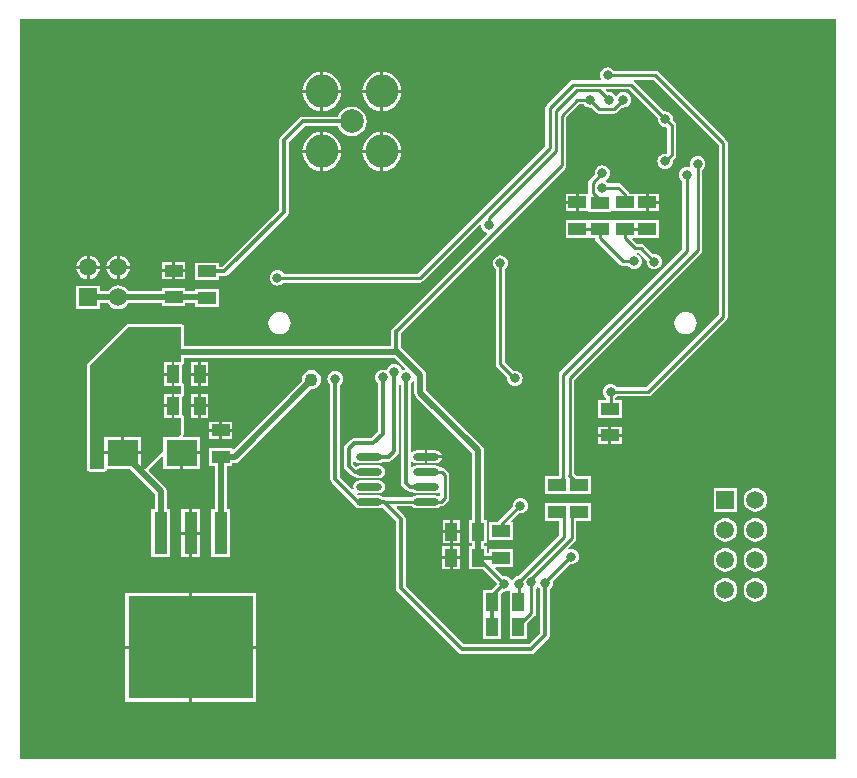
<source format=gtl>
%FSLAX43Y43*%
%MOMM*%
G71*
G01*
G75*
G04 Layer_Physical_Order=1*
G04 Layer_Color=255*
%ADD10R,1.500X1.000*%
%ADD11O,2.200X0.600*%
%ADD12R,1.000X1.500*%
%ADD13R,1.100X3.600*%
%ADD14R,10.550X8.700*%
%ADD15R,2.600X2.200*%
%ADD16C,0.250*%
%ADD17C,0.300*%
%ADD18C,0.200*%
%ADD19C,0.500*%
%ADD20C,1.500*%
%ADD21R,1.500X1.500*%
%ADD22C,2.800*%
%ADD23C,2.000*%
%ADD24R,1.500X1.500*%
%ADD25C,0.800*%
%ADD26C,6.000*%
%ADD27C,0.600*%
%ADD28C,0.660*%
%ADD29C,1.100*%
G36*
X69466Y384D02*
X384D01*
Y63116D01*
X69466D01*
Y384D01*
D02*
G37*
%LPC*%
G36*
X18328Y28987D02*
X17453D01*
Y28362D01*
X18328D01*
Y28987D01*
D02*
G37*
G36*
X17203D02*
X16328D01*
Y28362D01*
X17203D01*
Y28987D01*
D02*
G37*
G36*
X16303Y30212D02*
X15679D01*
Y29337D01*
X16303D01*
Y30212D01*
D02*
G37*
G36*
X15429D02*
X14804D01*
Y29337D01*
X15429D01*
Y30212D01*
D02*
G37*
G36*
X51300Y28575D02*
X50425D01*
Y27950D01*
X51300D01*
Y28575D01*
D02*
G37*
G36*
X17203Y28112D02*
X16328D01*
Y27487D01*
X17203D01*
Y28112D01*
D02*
G37*
G36*
X51300Y27700D02*
X50425D01*
Y27075D01*
X51300D01*
Y27700D01*
D02*
G37*
G36*
X50175Y28575D02*
X49300D01*
Y27950D01*
X50175D01*
Y28575D01*
D02*
G37*
G36*
X18328Y28112D02*
X17453D01*
Y27487D01*
X18328D01*
Y28112D01*
D02*
G37*
G36*
X16303Y32887D02*
X15679D01*
Y32012D01*
X16303D01*
Y32887D01*
D02*
G37*
G36*
X15429D02*
X14804D01*
Y32012D01*
X15429D01*
Y32887D01*
D02*
G37*
G36*
X16303Y34012D02*
X15679D01*
Y33137D01*
X16303D01*
Y34012D01*
D02*
G37*
G36*
X15429D02*
X14804D01*
Y33137D01*
X15429D01*
Y34012D01*
D02*
G37*
G36*
X41025Y43056D02*
X40855Y43033D01*
X40697Y42968D01*
X40561Y42864D01*
X40457Y42728D01*
X40392Y42570D01*
X40369Y42400D01*
X40392Y42230D01*
X40457Y42072D01*
X40561Y41936D01*
X40643Y41874D01*
Y33850D01*
X40672Y33704D01*
X40755Y33580D01*
X41604Y32731D01*
X41594Y32660D01*
X41617Y32491D01*
X41682Y32333D01*
X41786Y32197D01*
X41922Y32093D01*
X42080Y32027D01*
X42250Y32005D01*
X42420Y32027D01*
X42578Y32093D01*
X42714Y32197D01*
X42818Y32333D01*
X42883Y32491D01*
X42906Y32660D01*
X42883Y32830D01*
X42818Y32988D01*
X42714Y33124D01*
X42578Y33228D01*
X42420Y33294D01*
X42250Y33316D01*
X42117Y33298D01*
X41407Y34008D01*
Y41874D01*
X41489Y41936D01*
X41593Y42072D01*
X41658Y42230D01*
X41681Y42400D01*
X41658Y42570D01*
X41593Y42728D01*
X41489Y42864D01*
X41353Y42968D01*
X41195Y43033D01*
X41025Y43056D01*
D02*
G37*
G36*
X16303Y31337D02*
X15679D01*
Y30462D01*
X16303D01*
Y31337D01*
D02*
G37*
G36*
X15429D02*
X14804D01*
Y30462D01*
X15429D01*
Y31337D01*
D02*
G37*
G36*
X50100Y58981D02*
X49930Y58958D01*
X49772Y58893D01*
X49636Y58789D01*
X49532Y58653D01*
X49467Y58495D01*
X49444Y58325D01*
X49467Y58155D01*
X49517Y58034D01*
X49456Y57907D01*
X47175D01*
X47029Y57878D01*
X46905Y57795D01*
X44930Y55820D01*
X44847Y55696D01*
X44818Y55550D01*
Y52308D01*
X34017Y41507D01*
X22701D01*
X22614Y41621D01*
X22478Y41725D01*
X22320Y41791D01*
X22150Y41813D01*
X21980Y41791D01*
X21822Y41725D01*
X21686Y41621D01*
X21582Y41485D01*
X21517Y41327D01*
X21494Y41157D01*
X21517Y40988D01*
X21582Y40829D01*
X21686Y40694D01*
X21822Y40589D01*
X21980Y40524D01*
X22150Y40502D01*
X22320Y40524D01*
X22478Y40589D01*
X22614Y40694D01*
X22651Y40743D01*
X34175D01*
X34321Y40772D01*
X34445Y40855D01*
X39245Y45654D01*
X39310Y45639D01*
X39372Y45602D01*
X39392Y45455D01*
X39457Y45297D01*
X39561Y45161D01*
X39697Y45057D01*
X39814Y45009D01*
X39859Y44874D01*
X32008Y37023D01*
X31899Y36951D01*
X31811Y36819D01*
X31780Y36662D01*
Y35410D01*
X14255D01*
Y36975D01*
Y36975D01*
X14250Y36998D01*
X14251Y37021D01*
X14241Y37046D01*
X14235Y37072D01*
X14223Y37092D01*
X14214Y37113D01*
X14195Y37133D01*
X14180Y37155D01*
X14161Y37168D01*
X14145Y37185D01*
X14120Y37195D01*
X14098Y37210D01*
X14075Y37215D01*
X14054Y37224D01*
X13962Y37244D01*
X13960Y37244D01*
X13960Y37244D01*
X13937Y37249D01*
X13914Y37249D01*
X13912Y37250D01*
X13910Y37250D01*
X13910Y37250D01*
X13908Y37250D01*
X13906D01*
X13883Y37255D01*
X13860D01*
X13858Y37255D01*
X9525D01*
X9500Y37250D01*
X9475Y37250D01*
X9452Y37240D01*
X9428Y37235D01*
X9426Y37235D01*
X9386Y37218D01*
X9385Y37218D01*
X9364Y37204D01*
X9341Y37194D01*
X9323Y37176D01*
X9302Y37162D01*
X9302Y37162D01*
X6088Y33948D01*
X6074Y33927D01*
X6056Y33909D01*
X6046Y33887D01*
X6044Y33884D01*
X6043Y33882D01*
X6032Y33865D01*
X6032Y33864D01*
X6025Y33847D01*
X6015Y33824D01*
X6015Y33824D01*
X6015Y33822D01*
X6010Y33798D01*
X6000Y33775D01*
X6000Y33750D01*
X5995Y33725D01*
Y25025D01*
X6000Y25001D01*
X6000Y24975D01*
X6010Y24952D01*
X6015Y24928D01*
X6017Y24924D01*
X6022Y24910D01*
X6022Y24910D01*
Y24910D01*
X6034Y24893D01*
X6038Y24884D01*
X6040Y24880D01*
X6047Y24873D01*
X6078Y24828D01*
X6123Y24798D01*
X6130Y24791D01*
X6130Y24790D01*
X6130Y24790D01*
X6131Y24790D01*
X6132Y24789D01*
X6133Y24789D01*
X6141Y24785D01*
X6160Y24772D01*
X6174Y24767D01*
X6175Y24767D01*
X6178Y24765D01*
X6202Y24760D01*
X6224Y24750D01*
X6250Y24750D01*
X6276Y24745D01*
X7453D01*
X7478Y24750D01*
X7503Y24750D01*
X7526Y24760D01*
X7551Y24765D01*
X7554Y24767D01*
X7568Y24772D01*
X7568Y24772D01*
X7568D01*
X7586Y24784D01*
X7595Y24788D01*
X7598Y24790D01*
X7605Y24797D01*
X7651Y24828D01*
X7681Y24873D01*
X7688Y24879D01*
X7688Y24880D01*
X7688Y24880D01*
X7689Y24881D01*
X7693Y24891D01*
X7706Y24910D01*
X7712Y24924D01*
X7712Y24925D01*
X7712Y24925D01*
X7712Y24926D01*
X7713Y24926D01*
X7714Y24928D01*
X7719Y24952D01*
X7728Y24974D01*
X7728Y24987D01*
X9658D01*
X11754Y22890D01*
Y21587D01*
X11463D01*
Y17487D01*
X13063D01*
Y21587D01*
X12773D01*
Y23102D01*
X12734Y23297D01*
X12624Y23462D01*
X11287Y24799D01*
Y24926D01*
X11313Y24953D01*
X11313Y24953D01*
X12351Y25991D01*
X12351Y25991D01*
X12361Y26001D01*
X12478Y25952D01*
Y24987D01*
X13903D01*
Y26337D01*
X14028D01*
Y26462D01*
X15578D01*
Y27687D01*
X14210D01*
X14188Y27741D01*
X14170Y27814D01*
X14176Y27823D01*
X14194Y27841D01*
X14204Y27863D01*
X14206Y27866D01*
X14207Y27868D01*
X14218Y27885D01*
X14218Y27886D01*
X14225Y27903D01*
X14235Y27926D01*
X14235Y27926D01*
X14235Y27928D01*
X14240Y27952D01*
X14250Y27975D01*
X14250Y28000D01*
X14255Y28025D01*
Y29311D01*
X14250Y29336D01*
X14250Y29361D01*
X14246Y29370D01*
X14243Y29385D01*
X14237Y29399D01*
X14235Y29409D01*
X14234Y29411D01*
X14232Y29416D01*
X14232Y29416D01*
X14229Y29433D01*
X14215Y29453D01*
X14205Y29477D01*
X14205Y29477D01*
X14205Y29477D01*
X14205Y29477D01*
X14187Y29495D01*
X14173Y29515D01*
X14153Y29529D01*
X14135Y29547D01*
X14135Y29547D01*
X14135Y29547D01*
X14122Y29552D01*
X14112Y29557D01*
X14091Y29571D01*
X14087Y29572D01*
X14064Y29577D01*
X14053Y29581D01*
Y31092D01*
X14064Y31096D01*
X14087Y31101D01*
X14091Y31103D01*
X14112Y31117D01*
X14123Y31121D01*
X14135Y31126D01*
X14136Y31127D01*
X14137Y31127D01*
X14154Y31144D01*
X14174Y31158D01*
X14187Y31179D01*
X14205Y31196D01*
X14206Y31197D01*
X14206Y31198D01*
X14206Y31198D01*
X14215Y31221D01*
X14229Y31240D01*
X14232Y31257D01*
X14232Y31257D01*
X14234Y31262D01*
X14234Y31262D01*
X14235Y31264D01*
X14237Y31274D01*
X14243Y31288D01*
X14246Y31303D01*
X14250Y31312D01*
X14250Y31337D01*
X14255Y31362D01*
Y31986D01*
X14250Y32011D01*
X14250Y32036D01*
X14246Y32045D01*
X14243Y32060D01*
X14237Y32074D01*
X14235Y32084D01*
X14234Y32086D01*
X14232Y32091D01*
X14232Y32091D01*
X14229Y32108D01*
X14215Y32129D01*
X14205Y32152D01*
X14205Y32152D01*
X14205Y32152D01*
X14205Y32152D01*
X14187Y32170D01*
X14173Y32191D01*
X14153Y32204D01*
X14135Y32222D01*
X14135Y32222D01*
X14135Y32222D01*
X14122Y32227D01*
X14112Y32232D01*
X14091Y32246D01*
X14087Y32247D01*
X14064Y32252D01*
X14053Y32256D01*
Y33767D01*
X14064Y33771D01*
X14087Y33776D01*
X14091Y33778D01*
X14112Y33792D01*
X14123Y33796D01*
X14135Y33801D01*
X14136Y33802D01*
X14137Y33802D01*
X14154Y33819D01*
X14174Y33833D01*
X14187Y33854D01*
X14205Y33871D01*
X14206Y33872D01*
X14206Y33873D01*
X14206Y33873D01*
X14215Y33896D01*
X14229Y33915D01*
X14232Y33932D01*
X14232Y33932D01*
X14234Y33937D01*
X14234Y33937D01*
X14235Y33939D01*
X14237Y33949D01*
X14243Y33963D01*
X14246Y33978D01*
X14250Y33987D01*
X14250Y34012D01*
X14255Y34037D01*
Y34390D01*
X32064D01*
X32942Y33512D01*
X32909Y33393D01*
X32790Y33346D01*
X32667Y33395D01*
X32602Y33554D01*
X32498Y33689D01*
X32362Y33793D01*
X32204Y33859D01*
X32034Y33881D01*
X31865Y33859D01*
X31706Y33793D01*
X31571Y33689D01*
X31466Y33554D01*
X31401Y33395D01*
X31265Y33339D01*
X31220Y33358D01*
X31050Y33381D01*
X30880Y33358D01*
X30722Y33293D01*
X30586Y33189D01*
X30482Y33053D01*
X30417Y32895D01*
X30394Y32725D01*
X30417Y32555D01*
X30482Y32397D01*
X30586Y32261D01*
X30642Y32219D01*
Y28144D01*
X30081Y27583D01*
X28650D01*
X28494Y27552D01*
X28362Y27463D01*
X28362Y27463D01*
X27887Y26988D01*
X27798Y26856D01*
X27793Y26830D01*
X27767Y26700D01*
X27767Y26700D01*
Y25250D01*
X27767Y25250D01*
X27793Y25120D01*
X27798Y25094D01*
X27887Y24962D01*
X28402Y24447D01*
X28402Y24447D01*
X28534Y24358D01*
X28690Y24327D01*
X28745D01*
X28910Y24217D01*
X29125Y24174D01*
X30725D01*
X30940Y24217D01*
X31122Y24338D01*
X31243Y24520D01*
X31286Y24735D01*
X31243Y24950D01*
X31122Y25132D01*
X30940Y25253D01*
X30725Y25296D01*
X29125D01*
X28910Y25253D01*
X28813Y25188D01*
X28583Y25419D01*
Y25598D01*
X28710Y25636D01*
X28728Y25608D01*
X28910Y25487D01*
X29125Y25444D01*
X30725D01*
X30940Y25487D01*
X31105Y25597D01*
X31555D01*
X31555Y25597D01*
X31685Y25623D01*
X31711Y25628D01*
X31843Y25717D01*
X32323Y26196D01*
X32411Y26328D01*
X32416Y26354D01*
X32442Y26484D01*
X32442Y26484D01*
Y32114D01*
X32569Y32195D01*
X32570Y32194D01*
X32614Y32145D01*
Y23778D01*
X32614Y23778D01*
X32640Y23648D01*
X32645Y23622D01*
X32733Y23490D01*
X33047Y23177D01*
X33179Y23088D01*
X33205Y23083D01*
X33335Y23057D01*
X33335Y23057D01*
X33545D01*
X33710Y22947D01*
X33925Y22904D01*
X35525D01*
X35740Y22947D01*
X35816Y22998D01*
X35943Y22930D01*
Y22730D01*
X35816Y22662D01*
X35740Y22713D01*
X35525Y22756D01*
X33925D01*
X33710Y22713D01*
X33528Y22592D01*
X33519Y22577D01*
X31283D01*
X31155Y22603D01*
X31155Y22603D01*
X31105D01*
X30940Y22713D01*
X30725Y22756D01*
X29125D01*
X28976Y22726D01*
X28867Y22835D01*
X28940Y22941D01*
X29125Y22904D01*
X30725D01*
X30940Y22947D01*
X31122Y23068D01*
X31243Y23250D01*
X31286Y23465D01*
X31243Y23680D01*
X31122Y23862D01*
X30940Y23983D01*
X30725Y24026D01*
X29125D01*
X28910Y23983D01*
X28728Y23862D01*
X28607Y23680D01*
X28564Y23465D01*
X28601Y23280D01*
X28495Y23207D01*
X27433Y24269D01*
Y32094D01*
X27489Y32136D01*
X27593Y32272D01*
X27658Y32430D01*
X27681Y32600D01*
X27658Y32770D01*
X27593Y32928D01*
X27489Y33064D01*
X27353Y33168D01*
X27195Y33233D01*
X27025Y33256D01*
X26855Y33233D01*
X26697Y33168D01*
X26561Y33064D01*
X26457Y32928D01*
X26392Y32770D01*
X26369Y32600D01*
X26392Y32430D01*
X26457Y32272D01*
X26561Y32136D01*
X26617Y32094D01*
Y24100D01*
X26617Y24100D01*
X26643Y23970D01*
X26648Y23944D01*
X26737Y23812D01*
X28642Y21907D01*
X28642Y21907D01*
X28668Y21889D01*
X28728Y21798D01*
X28910Y21677D01*
X29125Y21634D01*
X30725D01*
X30940Y21677D01*
X31034Y21740D01*
X32192Y20581D01*
Y14875D01*
X32192Y14875D01*
X32218Y14745D01*
X32223Y14719D01*
X32312Y14587D01*
X37462Y9437D01*
X37462Y9437D01*
X37594Y9348D01*
X37750Y9317D01*
X43600D01*
X43600Y9317D01*
X43730Y9343D01*
X43756Y9348D01*
X43888Y9437D01*
X45113Y10662D01*
X45113Y10662D01*
X45172Y10750D01*
X45202Y10794D01*
X45233Y10950D01*
X45233Y10950D01*
Y14819D01*
X45289Y14862D01*
X45393Y14998D01*
X45458Y15156D01*
X45481Y15325D01*
X45469Y15417D01*
X46955Y16904D01*
X47025Y16894D01*
X47195Y16917D01*
X47353Y16982D01*
X47489Y17086D01*
X47593Y17222D01*
X47658Y17380D01*
X47681Y17550D01*
X47658Y17720D01*
X47593Y17878D01*
X47489Y18014D01*
X47353Y18118D01*
X47195Y18183D01*
X47025Y18206D01*
X46855Y18183D01*
X46852Y18182D01*
X46780Y18290D01*
X47320Y18830D01*
X47403Y18954D01*
X47432Y19100D01*
Y20600D01*
X48700D01*
Y22100D01*
X44775D01*
Y20600D01*
X46018D01*
Y19378D01*
X42566Y15926D01*
X42430Y15908D01*
X42272Y15843D01*
X42136Y15739D01*
X42040Y15614D01*
X42006Y15603D01*
X41896Y15606D01*
X41814Y15714D01*
X41678Y15818D01*
X41520Y15883D01*
X41350Y15906D01*
X41258Y15894D01*
X40569Y16583D01*
X40618Y16700D01*
X42050D01*
Y18200D01*
X40050D01*
Y17883D01*
X39850D01*
Y18475D01*
X39610D01*
Y18675D01*
X39875D01*
Y20675D01*
X39635D01*
Y26550D01*
X39596Y26745D01*
X39485Y26910D01*
X34760Y31636D01*
Y32925D01*
X34721Y33120D01*
X34610Y33285D01*
X32595Y35301D01*
Y36530D01*
X46470Y50405D01*
X46553Y50529D01*
X46582Y50675D01*
Y54717D01*
X47708Y55843D01*
X48074D01*
X48136Y55761D01*
X48272Y55657D01*
X48430Y55592D01*
X48600Y55569D01*
X48702Y55583D01*
X49105Y55180D01*
X49229Y55097D01*
X49375Y55068D01*
X50650D01*
X50796Y55097D01*
X50920Y55180D01*
X51323Y55583D01*
X51425Y55569D01*
X51595Y55592D01*
X51753Y55657D01*
X51889Y55761D01*
X51993Y55897D01*
X52058Y56055D01*
X52081Y56225D01*
X52058Y56395D01*
X51993Y56553D01*
X51889Y56689D01*
X51753Y56793D01*
X51595Y56858D01*
X51425Y56881D01*
X51255Y56858D01*
X51097Y56793D01*
X50961Y56689D01*
X50888Y56593D01*
X50860Y56584D01*
X50765D01*
X50737Y56593D01*
X50664Y56689D01*
X50528Y56793D01*
X50370Y56858D01*
X50200Y56881D01*
X50098Y56867D01*
X49940Y57025D01*
X49989Y57143D01*
X51917D01*
X54358Y54702D01*
X54344Y54600D01*
X54367Y54430D01*
X54432Y54272D01*
X54536Y54136D01*
X54672Y54032D01*
X54830Y53967D01*
X55000Y53944D01*
X55029Y53948D01*
X55143Y53846D01*
Y51765D01*
X55041Y51672D01*
X54975Y51681D01*
X54805Y51658D01*
X54647Y51593D01*
X54511Y51489D01*
X54407Y51353D01*
X54342Y51195D01*
X54319Y51025D01*
X54342Y50855D01*
X54407Y50697D01*
X54511Y50561D01*
X54647Y50457D01*
X54805Y50392D01*
X54975Y50369D01*
X55145Y50392D01*
X55303Y50457D01*
X55439Y50561D01*
X55543Y50697D01*
X55608Y50855D01*
X55631Y51025D01*
X55617Y51127D01*
X55795Y51305D01*
X55878Y51429D01*
X55907Y51575D01*
Y54075D01*
X55878Y54221D01*
X55795Y54345D01*
X55642Y54498D01*
X55656Y54600D01*
X55633Y54770D01*
X55568Y54928D01*
X55464Y55064D01*
X55328Y55168D01*
X55170Y55233D01*
X55000Y55256D01*
X54898Y55242D01*
X52345Y57795D01*
X52315Y57816D01*
X52354Y57943D01*
X53992D01*
X59493Y52442D01*
Y38008D01*
X53392Y31907D01*
X50876D01*
X50814Y31989D01*
X50678Y32093D01*
X50520Y32158D01*
X50350Y32181D01*
X50180Y32158D01*
X50022Y32093D01*
X49886Y31989D01*
X49782Y31853D01*
X49717Y31695D01*
X49694Y31525D01*
X49717Y31355D01*
X49782Y31197D01*
X49886Y31061D01*
X49968Y30999D01*
Y30825D01*
X49300D01*
Y29325D01*
X51300D01*
Y30825D01*
X50732D01*
Y30999D01*
X50814Y31061D01*
X50876Y31143D01*
X53550D01*
X53696Y31172D01*
X53820Y31255D01*
X60145Y37580D01*
X60228Y37704D01*
X60257Y37850D01*
Y52600D01*
X60228Y52746D01*
X60145Y52870D01*
X54420Y58595D01*
X54296Y58678D01*
X54150Y58707D01*
X50626D01*
X50564Y58789D01*
X50428Y58893D01*
X50270Y58958D01*
X50100Y58981D01*
D02*
G37*
G36*
X25025Y33357D02*
X24816Y33329D01*
X24622Y33249D01*
X24454Y33121D01*
X24326Y32953D01*
X24246Y32759D01*
X24218Y32550D01*
X24234Y32430D01*
X18446Y26642D01*
X18328Y26690D01*
Y26737D01*
X16328D01*
Y25237D01*
X16834D01*
Y21587D01*
X16543D01*
Y17487D01*
X18143D01*
Y21587D01*
X17853D01*
Y25237D01*
X18328D01*
Y25477D01*
X18512D01*
X18707Y25516D01*
X18872Y25626D01*
X24993Y31747D01*
X25025Y31743D01*
X25234Y31771D01*
X25428Y31851D01*
X25596Y31979D01*
X25724Y32147D01*
X25804Y32341D01*
X25832Y32550D01*
X25804Y32759D01*
X25724Y32953D01*
X25596Y33121D01*
X25428Y33249D01*
X25234Y33329D01*
X25025Y33357D01*
D02*
G37*
G36*
X50175Y27700D02*
X49300D01*
Y27075D01*
X50175D01*
Y27700D01*
D02*
G37*
G36*
X60080Y18288D02*
X59819Y18254D01*
X59576Y18153D01*
X59367Y17993D01*
X59207Y17784D01*
X59106Y17541D01*
X59071Y17280D01*
X59106Y17019D01*
X59207Y16776D01*
X59367Y16567D01*
X59576Y16406D01*
X59819Y16306D01*
X60080Y16271D01*
X60341Y16306D01*
X60584Y16406D01*
X60793Y16567D01*
X60953Y16776D01*
X61054Y17019D01*
X61089Y17280D01*
X61054Y17541D01*
X60953Y17784D01*
X60793Y17993D01*
X60584Y18153D01*
X60341Y18254D01*
X60080Y18288D01*
D02*
G37*
G36*
X62620Y15748D02*
X62359Y15714D01*
X62116Y15613D01*
X61907Y15453D01*
X61746Y15244D01*
X61646Y15001D01*
X61611Y14740D01*
X61646Y14479D01*
X61746Y14236D01*
X61907Y14027D01*
X62116Y13866D01*
X62359Y13766D01*
X62620Y13731D01*
X62881Y13766D01*
X63124Y13866D01*
X63333Y14027D01*
X63493Y14236D01*
X63594Y14479D01*
X63629Y14740D01*
X63594Y15001D01*
X63493Y15244D01*
X63333Y15453D01*
X63124Y15613D01*
X62881Y15714D01*
X62620Y15748D01*
D02*
G37*
G36*
X14678Y19412D02*
X14003D01*
Y17487D01*
X14678D01*
Y19412D01*
D02*
G37*
G36*
X62620Y18288D02*
X62359Y18254D01*
X62116Y18153D01*
X61907Y17993D01*
X61746Y17784D01*
X61646Y17541D01*
X61611Y17280D01*
X61646Y17019D01*
X61746Y16776D01*
X61907Y16567D01*
X62116Y16406D01*
X62359Y16306D01*
X62620Y16271D01*
X62881Y16306D01*
X63124Y16406D01*
X63333Y16567D01*
X63493Y16776D01*
X63594Y17019D01*
X63629Y17280D01*
X63594Y17541D01*
X63493Y17784D01*
X63333Y17993D01*
X63124Y18153D01*
X62881Y18254D01*
X62620Y18288D01*
D02*
G37*
G36*
X60080Y15748D02*
X59819Y15714D01*
X59576Y15613D01*
X59367Y15453D01*
X59207Y15244D01*
X59106Y15001D01*
X59071Y14740D01*
X59106Y14479D01*
X59207Y14236D01*
X59367Y14027D01*
X59576Y13866D01*
X59819Y13766D01*
X60080Y13731D01*
X60341Y13766D01*
X60584Y13866D01*
X60793Y14027D01*
X60953Y14236D01*
X61054Y14479D01*
X61089Y14740D01*
X61054Y15001D01*
X60953Y15244D01*
X60793Y15453D01*
X60584Y15613D01*
X60341Y15714D01*
X60080Y15748D01*
D02*
G37*
G36*
X20328Y9762D02*
X14928D01*
Y5287D01*
X20328D01*
Y9762D01*
D02*
G37*
G36*
X14678D02*
X9278D01*
Y5287D01*
X14678D01*
Y9762D01*
D02*
G37*
G36*
X20328Y14487D02*
X14928D01*
Y10012D01*
X20328D01*
Y14487D01*
D02*
G37*
G36*
X14678D02*
X9278D01*
Y10012D01*
X14678D01*
Y14487D01*
D02*
G37*
G36*
X62620Y23368D02*
X62359Y23334D01*
X62116Y23233D01*
X61907Y23073D01*
X61746Y22864D01*
X61646Y22621D01*
X61611Y22360D01*
X61646Y22099D01*
X61746Y21856D01*
X61907Y21647D01*
X62116Y21486D01*
X62359Y21386D01*
X62620Y21351D01*
X62881Y21386D01*
X63124Y21486D01*
X63333Y21647D01*
X63493Y21856D01*
X63594Y22099D01*
X63629Y22360D01*
X63594Y22621D01*
X63493Y22864D01*
X63333Y23073D01*
X63124Y23233D01*
X62881Y23334D01*
X62620Y23368D01*
D02*
G37*
G36*
X42725Y22530D02*
X42555Y22507D01*
X42397Y22442D01*
X42261Y22338D01*
X42157Y22202D01*
X42092Y22044D01*
X42069Y21874D01*
X42074Y21840D01*
X40780Y20545D01*
X40716Y20450D01*
X40050D01*
Y18950D01*
X42050D01*
Y20450D01*
X41932D01*
X41883Y20567D01*
X42556Y21241D01*
X42725Y21218D01*
X42895Y21241D01*
X43053Y21306D01*
X43189Y21410D01*
X43293Y21546D01*
X43358Y21704D01*
X43381Y21874D01*
X43358Y22044D01*
X43293Y22202D01*
X43189Y22338D01*
X43053Y22442D01*
X42895Y22507D01*
X42725Y22530D01*
D02*
G37*
G36*
X15578Y26212D02*
X14153D01*
Y24987D01*
X15578D01*
Y26212D01*
D02*
G37*
G36*
X61080Y23360D02*
X59080D01*
Y21360D01*
X61080D01*
Y23360D01*
D02*
G37*
G36*
X15603Y21587D02*
X14928D01*
Y19662D01*
X15603D01*
Y21587D01*
D02*
G37*
G36*
X60080Y20829D02*
X59819Y20794D01*
X59576Y20693D01*
X59367Y20533D01*
X59207Y20324D01*
X59106Y20081D01*
X59071Y19820D01*
X59106Y19559D01*
X59207Y19316D01*
X59367Y19107D01*
X59576Y18946D01*
X59819Y18846D01*
X60080Y18811D01*
X60341Y18846D01*
X60584Y18946D01*
X60793Y19107D01*
X60953Y19316D01*
X61054Y19559D01*
X61089Y19820D01*
X61054Y20081D01*
X60953Y20324D01*
X60793Y20533D01*
X60584Y20693D01*
X60341Y20794D01*
X60080Y20829D01*
D02*
G37*
G36*
X15603Y19412D02*
X14928D01*
Y17487D01*
X15603D01*
Y19412D01*
D02*
G37*
G36*
X14678Y21587D02*
X14003D01*
Y19662D01*
X14678D01*
Y21587D01*
D02*
G37*
G36*
X62620Y20829D02*
X62359Y20794D01*
X62116Y20693D01*
X61907Y20533D01*
X61746Y20324D01*
X61646Y20081D01*
X61611Y19820D01*
X61646Y19559D01*
X61746Y19316D01*
X61907Y19107D01*
X62116Y18946D01*
X62359Y18846D01*
X62620Y18811D01*
X62881Y18846D01*
X63124Y18946D01*
X63333Y19107D01*
X63493Y19316D01*
X63594Y19559D01*
X63629Y19820D01*
X63594Y20081D01*
X63493Y20324D01*
X63333Y20533D01*
X63124Y20693D01*
X62881Y20794D01*
X62620Y20829D01*
D02*
G37*
G36*
X22325Y38283D02*
X22077Y38251D01*
X21846Y38155D01*
X21648Y38003D01*
X21495Y37804D01*
X21400Y37573D01*
X21367Y37325D01*
X21400Y37077D01*
X21495Y36846D01*
X21648Y36647D01*
X21846Y36495D01*
X22077Y36399D01*
X22325Y36367D01*
X22573Y36399D01*
X22804Y36495D01*
X23003Y36647D01*
X23155Y36846D01*
X23251Y37077D01*
X23283Y37325D01*
X23251Y37573D01*
X23155Y37804D01*
X23003Y38003D01*
X22804Y38155D01*
X22573Y38251D01*
X22325Y38283D01*
D02*
G37*
G36*
X27556Y56815D02*
X26035D01*
Y55294D01*
X26233Y55314D01*
X26544Y55408D01*
X26831Y55561D01*
X27082Y55768D01*
X27289Y56019D01*
X27442Y56306D01*
X27536Y56617D01*
X27556Y56815D01*
D02*
G37*
G36*
X30865D02*
X29344D01*
X29364Y56617D01*
X29458Y56306D01*
X29611Y56019D01*
X29818Y55768D01*
X30069Y55561D01*
X30356Y55408D01*
X30667Y55314D01*
X30865Y55294D01*
Y56815D01*
D02*
G37*
G36*
X28450Y55661D02*
X28124Y55618D01*
X27820Y55492D01*
X27558Y55292D01*
X27358Y55030D01*
X27266Y54808D01*
X24275D01*
X24275Y54808D01*
X24145Y54782D01*
X24119Y54777D01*
X23987Y54688D01*
X22437Y53138D01*
X22348Y53006D01*
X22343Y52980D01*
X22317Y52850D01*
X22317Y52850D01*
Y46944D01*
X17481Y42108D01*
X17200D01*
Y42450D01*
X15200D01*
Y40950D01*
X17200D01*
Y41292D01*
X17650D01*
X17650Y41292D01*
X17780Y41318D01*
X17806Y41323D01*
X17938Y41412D01*
X23013Y46487D01*
X23102Y46619D01*
X23107Y46645D01*
X23133Y46775D01*
X23133Y46775D01*
Y52681D01*
X24444Y53992D01*
X27266D01*
X27358Y53770D01*
X27558Y53508D01*
X27820Y53308D01*
X28124Y53182D01*
X28450Y53139D01*
X28776Y53182D01*
X29080Y53308D01*
X29342Y53508D01*
X29542Y53770D01*
X29668Y54074D01*
X29711Y54400D01*
X29668Y54726D01*
X29542Y55030D01*
X29342Y55292D01*
X29080Y55492D01*
X28776Y55618D01*
X28450Y55661D01*
D02*
G37*
G36*
X25785Y56815D02*
X24264D01*
X24284Y56617D01*
X24378Y56306D01*
X24531Y56019D01*
X24738Y55768D01*
X24989Y55561D01*
X25276Y55408D01*
X25587Y55314D01*
X25785Y55294D01*
Y56815D01*
D02*
G37*
G36*
X32636D02*
X31115D01*
Y55294D01*
X31313Y55314D01*
X31624Y55408D01*
X31911Y55561D01*
X32162Y55768D01*
X32369Y56019D01*
X32522Y56306D01*
X32616Y56617D01*
X32636Y56815D01*
D02*
G37*
G36*
X47425Y47425D02*
X46550D01*
Y46800D01*
X47425D01*
Y47425D01*
D02*
G37*
G36*
X49650Y50681D02*
X49480Y50658D01*
X49322Y50593D01*
X49186Y50489D01*
X49082Y50353D01*
X49017Y50195D01*
X48994Y50025D01*
X49011Y49901D01*
X48557Y49448D01*
X48474Y49324D01*
X48445Y49177D01*
Y48348D01*
X48406Y48300D01*
X47675D01*
Y47550D01*
Y46800D01*
X48425D01*
Y46775D01*
X50425D01*
Y46795D01*
X50550Y46800D01*
X50550Y46800D01*
X50550Y46800D01*
X52550D01*
Y46800D01*
X53325D01*
Y47550D01*
Y48300D01*
X52450D01*
Y48300D01*
X51917D01*
X51903Y48371D01*
X51820Y48495D01*
X51243Y49073D01*
X51119Y49156D01*
X50973Y49185D01*
X50128D01*
X50066Y49266D01*
X49990Y49325D01*
X49984Y49386D01*
X49999Y49473D01*
X50114Y49561D01*
X50218Y49697D01*
X50283Y49855D01*
X50306Y50025D01*
X50283Y50195D01*
X50218Y50353D01*
X50114Y50489D01*
X49978Y50593D01*
X49820Y50658D01*
X49650Y50681D01*
D02*
G37*
G36*
X47425Y48300D02*
X46550D01*
Y47675D01*
X47425D01*
Y48300D01*
D02*
G37*
G36*
X54450Y47425D02*
X53575D01*
Y46800D01*
X54450D01*
Y47425D01*
D02*
G37*
G36*
X31115Y53506D02*
Y51985D01*
X32636D01*
X32616Y52183D01*
X32522Y52494D01*
X32369Y52781D01*
X32162Y53032D01*
X31911Y53239D01*
X31624Y53392D01*
X31313Y53486D01*
X31115Y53506D01*
D02*
G37*
G36*
X32636Y51735D02*
X31115D01*
Y50214D01*
X31313Y50234D01*
X31624Y50328D01*
X31911Y50481D01*
X32162Y50688D01*
X32369Y50939D01*
X32522Y51226D01*
X32616Y51537D01*
X32636Y51735D01*
D02*
G37*
G36*
X26035Y53506D02*
Y51985D01*
X27556D01*
X27536Y52183D01*
X27442Y52494D01*
X27289Y52781D01*
X27082Y53032D01*
X26831Y53239D01*
X26544Y53392D01*
X26233Y53486D01*
X26035Y53506D01*
D02*
G37*
G36*
X25785D02*
X25587Y53486D01*
X25276Y53392D01*
X24989Y53239D01*
X24738Y53032D01*
X24531Y52781D01*
X24378Y52494D01*
X24284Y52183D01*
X24264Y51985D01*
X25785D01*
Y53506D01*
D02*
G37*
G36*
X57725Y51481D02*
X57555Y51458D01*
X57397Y51393D01*
X57261Y51289D01*
X57157Y51153D01*
X57092Y50995D01*
X57069Y50825D01*
X57092Y50655D01*
X57122Y50583D01*
X57025Y50486D01*
X56970Y50508D01*
X56800Y50531D01*
X56630Y50508D01*
X56472Y50443D01*
X56336Y50339D01*
X56232Y50203D01*
X56167Y50045D01*
X56144Y49875D01*
X56167Y49705D01*
X56232Y49547D01*
X56336Y49411D01*
X56418Y49349D01*
Y43608D01*
X46055Y33245D01*
X45972Y33121D01*
X45943Y32975D01*
Y24350D01*
X44775D01*
Y22850D01*
X48700D01*
Y24350D01*
X47527D01*
X47282Y24594D01*
Y32542D01*
X57995Y43255D01*
X58078Y43379D01*
X58107Y43525D01*
Y50299D01*
X58189Y50361D01*
X58293Y50497D01*
X58358Y50655D01*
X58381Y50825D01*
X58358Y50995D01*
X58293Y51153D01*
X58189Y51289D01*
X58053Y51393D01*
X57895Y51458D01*
X57725Y51481D01*
D02*
G37*
G36*
X30865Y53506D02*
X30667Y53486D01*
X30356Y53392D01*
X30069Y53239D01*
X29818Y53032D01*
X29611Y52781D01*
X29458Y52494D01*
X29364Y52183D01*
X29344Y51985D01*
X30865D01*
Y53506D01*
D02*
G37*
G36*
X25785Y51735D02*
X24264D01*
X24284Y51537D01*
X24378Y51226D01*
X24531Y50939D01*
X24738Y50688D01*
X24989Y50481D01*
X25276Y50328D01*
X25587Y50234D01*
X25785Y50214D01*
Y51735D01*
D02*
G37*
G36*
X54450Y48300D02*
X53575D01*
Y47675D01*
X54450D01*
Y48300D01*
D02*
G37*
G36*
X30865Y51735D02*
X29344D01*
X29364Y51537D01*
X29458Y51226D01*
X29611Y50939D01*
X29818Y50688D01*
X30069Y50481D01*
X30356Y50328D01*
X30667Y50234D01*
X30865Y50214D01*
Y51735D01*
D02*
G37*
G36*
X27556D02*
X26035D01*
Y50214D01*
X26233Y50234D01*
X26544Y50328D01*
X26831Y50481D01*
X27082Y50688D01*
X27289Y50939D01*
X27442Y51226D01*
X27536Y51537D01*
X27556Y51735D01*
D02*
G37*
G36*
X5990Y41920D02*
X5123D01*
X5141Y41784D01*
X5242Y41541D01*
X5402Y41332D01*
X5611Y41172D01*
X5854Y41071D01*
X5990Y41053D01*
Y41920D01*
D02*
G37*
G36*
X30865Y58586D02*
X30667Y58566D01*
X30356Y58472D01*
X30069Y58319D01*
X29818Y58112D01*
X29611Y57861D01*
X29458Y57574D01*
X29364Y57263D01*
X29344Y57065D01*
X30865D01*
Y58586D01*
D02*
G37*
G36*
X8530Y41920D02*
X7663D01*
X7681Y41784D01*
X7782Y41541D01*
X7942Y41332D01*
X8151Y41172D01*
X8394Y41071D01*
X8530Y41053D01*
Y41920D01*
D02*
G37*
G36*
X7107D02*
X6240D01*
Y41053D01*
X6376Y41071D01*
X6619Y41172D01*
X6828Y41332D01*
X6989Y41541D01*
X7089Y41784D01*
X7107Y41920D01*
D02*
G37*
G36*
X14350Y41650D02*
X13475D01*
Y41025D01*
X14350D01*
Y41650D01*
D02*
G37*
G36*
X8655Y40514D02*
X8394Y40479D01*
X8151Y40379D01*
X7942Y40218D01*
X7786Y40015D01*
X7115D01*
Y40505D01*
X5115D01*
Y38505D01*
X7115D01*
Y38995D01*
X7786D01*
X7942Y38792D01*
X8151Y38632D01*
X8394Y38531D01*
X8655Y38496D01*
X8916Y38531D01*
X9159Y38632D01*
X9368Y38792D01*
X9524Y38995D01*
X12350D01*
Y38775D01*
X14350D01*
Y38995D01*
X15200D01*
Y38700D01*
X17200D01*
Y40200D01*
X15200D01*
Y40015D01*
X14350D01*
Y40275D01*
X12350D01*
Y40015D01*
X9524D01*
X9368Y40218D01*
X9159Y40379D01*
X8916Y40479D01*
X8655Y40514D01*
D02*
G37*
G36*
X56700Y38283D02*
X56452Y38251D01*
X56221Y38155D01*
X56022Y38003D01*
X55870Y37804D01*
X55775Y37573D01*
X55742Y37325D01*
X55775Y37077D01*
X55870Y36846D01*
X56022Y36647D01*
X56221Y36495D01*
X56452Y36399D01*
X56700Y36367D01*
X56948Y36399D01*
X57179Y36495D01*
X57378Y36647D01*
X57530Y36846D01*
X57626Y37077D01*
X57658Y37325D01*
X57626Y37573D01*
X57530Y37804D01*
X57378Y38003D01*
X57179Y38155D01*
X56948Y38251D01*
X56700Y38283D01*
D02*
G37*
G36*
X13225Y41650D02*
X12350D01*
Y41025D01*
X13225D01*
Y41650D01*
D02*
G37*
G36*
X31115Y58586D02*
Y57065D01*
X32636D01*
X32616Y57263D01*
X32522Y57574D01*
X32369Y57861D01*
X32162Y58112D01*
X31911Y58319D01*
X31624Y58472D01*
X31313Y58566D01*
X31115Y58586D01*
D02*
G37*
G36*
X9647Y41920D02*
X8780D01*
Y41053D01*
X8916Y41071D01*
X9159Y41172D01*
X9368Y41332D01*
X9529Y41541D01*
X9629Y41784D01*
X9647Y41920D01*
D02*
G37*
G36*
X8530Y43037D02*
X8394Y43019D01*
X8151Y42918D01*
X7942Y42758D01*
X7782Y42549D01*
X7681Y42306D01*
X7663Y42170D01*
X8530D01*
Y43037D01*
D02*
G37*
G36*
X6240D02*
Y42170D01*
X7107D01*
X7089Y42306D01*
X6989Y42549D01*
X6828Y42758D01*
X6619Y42918D01*
X6376Y43019D01*
X6240Y43037D01*
D02*
G37*
G36*
X54450Y46050D02*
X52450D01*
Y46050D01*
X50550D01*
Y46030D01*
X50550D01*
X50425Y46025D01*
X50423Y46025D01*
X48550D01*
Y46050D01*
X46550D01*
Y44550D01*
X48425D01*
Y44525D01*
X49048D01*
X49072Y44404D01*
X49155Y44280D01*
X51155Y42280D01*
X51279Y42197D01*
X51425Y42168D01*
X51849D01*
X51911Y42086D01*
X52047Y41982D01*
X52205Y41917D01*
X52375Y41894D01*
X52545Y41917D01*
X52703Y41982D01*
X52839Y42086D01*
X52943Y42222D01*
X53008Y42380D01*
X53031Y42550D01*
X53008Y42720D01*
X52943Y42878D01*
X52839Y43014D01*
X52703Y43118D01*
X52587Y43166D01*
X52612Y43293D01*
X52742D01*
X53408Y42627D01*
X53394Y42525D01*
X53417Y42355D01*
X53482Y42197D01*
X53586Y42061D01*
X53722Y41957D01*
X53880Y41892D01*
X54050Y41869D01*
X54220Y41892D01*
X54378Y41957D01*
X54514Y42061D01*
X54618Y42197D01*
X54683Y42355D01*
X54706Y42525D01*
X54683Y42695D01*
X54618Y42853D01*
X54514Y42989D01*
X54378Y43093D01*
X54220Y43158D01*
X54050Y43181D01*
X53948Y43167D01*
X53170Y43945D01*
X53046Y44028D01*
X52900Y44057D01*
X52558D01*
X52183Y44433D01*
X52232Y44550D01*
X52550D01*
Y44550D01*
X54450D01*
Y46050D01*
D02*
G37*
G36*
X8780Y43037D02*
Y42170D01*
X9647D01*
X9629Y42306D01*
X9529Y42549D01*
X9368Y42758D01*
X9159Y42918D01*
X8916Y43019D01*
X8780Y43037D01*
D02*
G37*
G36*
X25785Y58586D02*
X25587Y58566D01*
X25276Y58472D01*
X24989Y58319D01*
X24738Y58112D01*
X24531Y57861D01*
X24378Y57574D01*
X24284Y57263D01*
X24264Y57065D01*
X25785D01*
Y58586D01*
D02*
G37*
G36*
X26035D02*
Y57065D01*
X27556D01*
X27536Y57263D01*
X27442Y57574D01*
X27289Y57861D01*
X27082Y58112D01*
X26831Y58319D01*
X26544Y58472D01*
X26233Y58566D01*
X26035Y58586D01*
D02*
G37*
G36*
X13225Y42525D02*
X12350D01*
Y41900D01*
X13225D01*
Y42525D01*
D02*
G37*
G36*
X5990Y43037D02*
X5854Y43019D01*
X5611Y42918D01*
X5402Y42758D01*
X5242Y42549D01*
X5141Y42306D01*
X5123Y42170D01*
X5990D01*
Y43037D01*
D02*
G37*
G36*
X14350Y42525D02*
X13475D01*
Y41900D01*
X14350D01*
Y42525D01*
D02*
G37*
%LPD*%
G36*
X13860Y37000D02*
X13883D01*
X13906Y36995D01*
X13908Y36995D01*
X14000Y36975D01*
X14000D01*
Y36975D01*
Y35410D01*
Y34390D01*
X14000Y34390D01*
X14000D01*
Y34037D01*
X13999Y34035D01*
X13997Y34030D01*
X13993Y34013D01*
X13993Y34013D01*
X13990Y34012D01*
X13990Y34012D01*
X13428D01*
Y33012D01*
Y32012D01*
X13990D01*
X13990Y32012D01*
X13993Y32010D01*
X13993Y32010D01*
X13997Y31993D01*
X13999Y31989D01*
X14000Y31986D01*
Y31362D01*
X13999Y31360D01*
X13997Y31355D01*
X13993Y31338D01*
X13993Y31338D01*
X13990Y31337D01*
X13990Y31337D01*
X13428D01*
Y30337D01*
Y29337D01*
X13990D01*
X13990Y29337D01*
X13993Y29335D01*
X13993Y29335D01*
X13997Y29318D01*
X13999Y29313D01*
X14000Y29311D01*
Y28025D01*
X13999Y28024D01*
X13990Y28001D01*
X13990Y28001D01*
X13990Y28001D01*
X13983Y27984D01*
X13982Y27982D01*
X13687Y27687D01*
X12478D01*
Y26478D01*
X12171Y26171D01*
X12171Y26171D01*
X11133Y25133D01*
X11000Y25000D01*
X10578D01*
Y26212D01*
X7478D01*
Y25026D01*
X7477Y25024D01*
X7477Y25024D01*
X7477Y25023D01*
X7476Y25022D01*
X7471Y25008D01*
X7456Y25002D01*
X7453Y25000D01*
X6276D01*
X6273Y25002D01*
X6273Y25002D01*
X6272Y25002D01*
X6272Y25002D01*
X6258Y25008D01*
X6252Y25022D01*
X6250Y25025D01*
Y33725D01*
X6251Y33726D01*
X6260Y33749D01*
X6260Y33749D01*
X6260Y33749D01*
X6267Y33766D01*
X6268Y33768D01*
X9482Y36982D01*
X9482Y36982D01*
X9484Y36983D01*
X9524Y36999D01*
X9525Y37000D01*
X13858D01*
X13860Y37000D01*
D02*
G37*
G36*
X33740Y32432D02*
Y31425D01*
X33779Y31230D01*
X33890Y31065D01*
X38615Y26339D01*
Y20675D01*
X38375D01*
Y18675D01*
X38590D01*
Y18475D01*
X38350D01*
Y16475D01*
X39523D01*
X40701Y15298D01*
X40694Y15250D01*
X40704Y15180D01*
X40248Y14725D01*
X39550D01*
Y12725D01*
X39550D01*
Y12600D01*
X39550D01*
Y10600D01*
X41050D01*
Y12600D01*
X41050D01*
Y12725D01*
X41050D01*
Y14373D01*
X41280Y14604D01*
X41350Y14594D01*
X41520Y14617D01*
X41678Y14682D01*
X41800Y14616D01*
Y12725D01*
X41800Y12725D01*
X41800D01*
Y12725D01*
Y12600D01*
X41800D01*
X41800Y12598D01*
Y10600D01*
X43300D01*
Y11909D01*
X43920Y12530D01*
X44003Y12654D01*
X44032Y12800D01*
Y14848D01*
X44116Y14912D01*
X44142Y14947D01*
X44156Y14953D01*
X44299Y14943D01*
X44361Y14862D01*
X44417Y14819D01*
Y11119D01*
X43431Y10133D01*
X37919D01*
X33008Y15044D01*
Y20750D01*
X32977Y20906D01*
X32888Y21038D01*
X32888Y21038D01*
X32231Y21695D01*
X32280Y21813D01*
X33519D01*
X33528Y21798D01*
X33710Y21677D01*
X33925Y21634D01*
X35525D01*
X35740Y21677D01*
X35922Y21798D01*
X35931Y21813D01*
X36020D01*
X36166Y21842D01*
X36290Y21925D01*
X36595Y22230D01*
X36678Y22354D01*
X36707Y22500D01*
Y24450D01*
X36678Y24596D01*
X36595Y24720D01*
X36310Y25005D01*
X36186Y25088D01*
X36040Y25117D01*
X35931D01*
X35922Y25132D01*
X35740Y25253D01*
X35525Y25296D01*
X33925D01*
X33710Y25253D01*
X33557Y25150D01*
X33430Y25195D01*
Y25545D01*
X33557Y25590D01*
X33710Y25487D01*
X33925Y25444D01*
X34600D01*
Y26005D01*
Y26566D01*
X33925D01*
X33710Y26523D01*
X33557Y26420D01*
X33430Y26465D01*
Y32222D01*
X33485Y32265D01*
X33590Y32400D01*
X33613Y32458D01*
X33740Y32432D01*
D02*
G37*
%LPC*%
G36*
X8903Y27687D02*
X7478D01*
Y26462D01*
X8903D01*
Y27687D01*
D02*
G37*
G36*
X36061Y25880D02*
X34850D01*
Y25444D01*
X35525D01*
X35740Y25487D01*
X35922Y25608D01*
X36043Y25790D01*
X36061Y25880D01*
D02*
G37*
G36*
X35525Y26566D02*
X34850D01*
Y26130D01*
X36061D01*
X36043Y26220D01*
X35922Y26402D01*
X35740Y26523D01*
X35525Y26566D01*
D02*
G37*
G36*
X13178Y32887D02*
X12553D01*
Y32012D01*
X13178D01*
Y32887D01*
D02*
G37*
G36*
Y34012D02*
X12553D01*
Y33137D01*
X13178D01*
Y34012D01*
D02*
G37*
G36*
Y31337D02*
X12553D01*
Y30462D01*
X13178D01*
Y31337D01*
D02*
G37*
G36*
X10578Y27687D02*
X9153D01*
Y26462D01*
X10578D01*
Y27687D01*
D02*
G37*
G36*
X13178Y30212D02*
X12553D01*
Y29337D01*
X13178D01*
Y30212D01*
D02*
G37*
G36*
X36750Y19550D02*
X36125D01*
Y18675D01*
X36750D01*
Y19550D01*
D02*
G37*
G36*
X37600Y18475D02*
X36975D01*
Y17600D01*
X37600D01*
Y18475D01*
D02*
G37*
G36*
X36750Y20675D02*
X36125D01*
Y19800D01*
X36750D01*
Y20675D01*
D02*
G37*
G36*
X37625Y19550D02*
X37000D01*
Y18675D01*
X37625D01*
Y19550D01*
D02*
G37*
G36*
X37600Y17350D02*
X36975D01*
Y16475D01*
X37600D01*
Y17350D01*
D02*
G37*
G36*
X36725D02*
X36100D01*
Y16475D01*
X36725D01*
Y17350D01*
D02*
G37*
G36*
Y18475D02*
X36100D01*
Y17600D01*
X36725D01*
Y18475D01*
D02*
G37*
G36*
X37625Y20675D02*
X37000D01*
Y19800D01*
X37625D01*
Y20675D01*
D02*
G37*
%LPD*%
D10*
X50300Y27825D02*
D03*
Y30075D02*
D03*
X41050Y17450D02*
D03*
Y19700D02*
D03*
X17328Y25987D02*
D03*
Y28237D02*
D03*
X13350Y39525D02*
D03*
Y41775D02*
D03*
X16200Y39450D02*
D03*
Y41700D02*
D03*
X47700Y23600D02*
D03*
Y21350D02*
D03*
X45775Y23600D02*
D03*
Y21350D02*
D03*
X47550Y45300D02*
D03*
Y47550D02*
D03*
X49425Y47525D02*
D03*
Y45275D02*
D03*
X51550Y47550D02*
D03*
Y45300D02*
D03*
X53450Y45300D02*
D03*
Y47550D02*
D03*
D11*
X34725Y22195D02*
D03*
Y23465D02*
D03*
Y24735D02*
D03*
Y26005D02*
D03*
X29925Y22195D02*
D03*
Y23465D02*
D03*
Y24735D02*
D03*
Y26005D02*
D03*
D12*
X36850Y17475D02*
D03*
X39100D02*
D03*
X36875Y19675D02*
D03*
X39125D02*
D03*
X15554Y30337D02*
D03*
X13303D02*
D03*
X15554Y33012D02*
D03*
X13303D02*
D03*
X42550Y13725D02*
D03*
X40300D02*
D03*
X42550Y11600D02*
D03*
X40300D02*
D03*
D13*
X17343Y19537D02*
D03*
X14803D02*
D03*
X12263D02*
D03*
D14*
X14803Y9887D02*
D03*
D15*
X9028Y26337D02*
D03*
X14028D02*
D03*
D16*
X51550Y47550D02*
Y48225D01*
X50973Y48802D02*
X51550Y48225D01*
X49650Y50000D02*
Y50025D01*
X48827Y49177D02*
X49650Y50000D01*
X48827Y48348D02*
X49625Y47550D01*
X48827Y48348D02*
Y49177D01*
X57725Y43525D02*
Y50825D01*
X46900Y32700D02*
X57725Y43525D01*
X34175Y41125D02*
X45200Y52150D01*
X22150Y41125D02*
X34175D01*
X46400Y19220D02*
Y21025D01*
X42600Y15420D02*
X46400Y19220D01*
X50650Y55450D02*
X51425Y56225D01*
X48600D02*
X49375Y55450D01*
X50650D01*
X49602Y48802D02*
X50973D01*
X42600Y15315D02*
Y15420D01*
X52900Y43675D02*
X54050Y42525D01*
X52400Y43675D02*
X52900D01*
X51550Y44525D02*
X52400Y43675D01*
X51550Y44525D02*
Y45300D01*
X51425Y42550D02*
X52375D01*
X49425Y44550D02*
X51425Y42550D01*
X49425Y44550D02*
Y45275D01*
X41025Y33850D02*
Y42400D01*
X54150Y58325D02*
X59875Y52600D01*
X50100Y58325D02*
X54150D01*
X59875Y37850D02*
Y52600D01*
X53550Y31525D02*
X59875Y37850D01*
X50350Y30125D02*
Y31525D01*
X53550D01*
X55000Y54600D02*
X55525Y54075D01*
Y51575D02*
Y54075D01*
X46325Y24150D02*
Y32975D01*
X54975Y51025D02*
X55525Y51575D01*
X47400Y21350D02*
X47700D01*
X47050Y21000D02*
X47400Y21350D01*
X45775D02*
X46075D01*
X47725Y45300D02*
X49425D01*
X34725Y22195D02*
X36020D01*
X36325Y22500D01*
Y24450D01*
X36040Y24735D02*
X36325Y24450D01*
X34725Y24735D02*
X36040D01*
X29925Y22195D02*
X34725D01*
X41050Y19700D02*
Y20275D01*
X42600Y11750D02*
X43650Y12800D01*
X42600Y13725D02*
Y15275D01*
X51550Y45300D02*
X53450D01*
X52075Y57525D02*
X55000Y54600D01*
X49400Y57025D02*
X50200Y56225D01*
X41025Y33850D02*
X42215Y32660D01*
X42250D01*
X41050Y20275D02*
X42601Y21826D01*
X46075Y21350D02*
X46400Y21025D01*
X43650Y12800D02*
Y15700D01*
X47050Y19100D01*
Y21000D01*
X46900Y24400D02*
Y32700D01*
X46200Y54875D02*
X47550Y56225D01*
X48600D01*
X45700Y55250D02*
X47475Y57025D01*
X49400D01*
X45200Y55550D02*
X47175Y57525D01*
X52075D01*
X45700Y51943D02*
Y55250D01*
X45200Y52150D02*
Y55550D01*
X40025Y45625D02*
Y46268D01*
X45700Y51943D01*
X32188Y36662D02*
X46200Y50675D01*
Y54875D01*
X46325Y32975D02*
X56800Y43450D01*
Y49875D01*
D17*
X31555Y26005D02*
X32034Y26484D01*
Y33226D01*
X44825Y15350D02*
X47025Y17550D01*
X44825Y10950D02*
Y15350D01*
X43600Y9725D02*
X44825Y10950D01*
X27025Y24100D02*
Y32600D01*
Y24100D02*
X28930Y22195D01*
X28175Y25250D02*
X28690Y24735D01*
X28175Y25250D02*
Y26700D01*
X28650Y27175D01*
X25025Y32500D02*
Y32550D01*
X22725Y52850D02*
X24275Y54400D01*
X22725Y46775D02*
Y52850D01*
X17650Y41700D02*
X22725Y46775D01*
X16200Y41700D02*
X17650D01*
X45775Y23600D02*
X46325Y24150D01*
X24275Y54400D02*
X28450D01*
X31155Y22195D02*
X32600Y20750D01*
X29925Y22195D02*
X31155D01*
X32600Y14875D02*
Y20750D01*
X28930Y22195D02*
X29925D01*
X40350Y14250D02*
X41338Y15238D01*
X39100Y17475D02*
X41338Y15238D01*
X39100Y17475D02*
X41025D01*
X32600Y14875D02*
X37750Y9725D01*
X31050Y27975D02*
Y32725D01*
X30250Y27175D02*
X31050Y27975D01*
X28650Y27175D02*
X30250D01*
X28690Y24735D02*
X29925D01*
Y26005D02*
X31555D01*
X33022Y23778D02*
Y32728D01*
Y23778D02*
X33335Y23465D01*
X34725D01*
X40350Y11600D02*
Y14250D01*
X37750Y9725D02*
X43600D01*
X46900Y24400D02*
X47700Y23600D01*
X32188Y34987D02*
Y36662D01*
D18*
X42725Y21874D02*
Y21950D01*
X42601Y21826D02*
X42725Y21950D01*
X54050Y42525D02*
Y42525D01*
X42600Y15275D02*
Y15315D01*
D19*
X39125Y19675D02*
Y26550D01*
X32188Y34987D02*
X34250Y32925D01*
Y31425D02*
Y32925D01*
Y31425D02*
X39125Y26550D01*
X10300Y34900D02*
X32100D01*
X18512Y25987D02*
X25025Y32500D01*
X17328Y25987D02*
X18512D01*
X39100Y17475D02*
Y19650D01*
X17343Y19537D02*
Y25972D01*
X17328Y25987D02*
X17343Y25972D01*
X12263Y19537D02*
Y23102D01*
X9028Y26337D02*
X12263Y23102D01*
X6115Y39505D02*
X8655D01*
X16145D01*
D20*
X62620Y14740D02*
D03*
X60080D02*
D03*
X62620Y17280D02*
D03*
X60080D02*
D03*
X62620Y19820D02*
D03*
X60080D02*
D03*
X62620Y22360D02*
D03*
X6115Y42045D02*
D03*
X8655Y39505D02*
D03*
Y42045D02*
D03*
D21*
X60080Y22360D02*
D03*
D22*
X25910Y56940D02*
D03*
X30990D02*
D03*
Y51860D02*
D03*
X25910D02*
D03*
D23*
X28450Y54400D02*
D03*
D24*
X6115Y39505D02*
D03*
D25*
X49650Y50025D02*
D03*
X56800Y49875D02*
D03*
X22150Y41157D02*
D03*
X32034Y33226D02*
D03*
X49602Y48802D02*
D03*
X43652Y15376D02*
D03*
X44825Y15325D02*
D03*
X47025Y17550D02*
D03*
X42725Y21874D02*
D03*
X52300Y16675D02*
D03*
X52325Y14675D02*
D03*
X47550Y9900D02*
D03*
X45550Y9875D02*
D03*
X41025Y42400D02*
D03*
X40025Y45625D02*
D03*
X51425Y56225D02*
D03*
X48600D02*
D03*
X50100Y58325D02*
D03*
X50200Y56225D02*
D03*
X50350Y31525D02*
D03*
X27025Y32600D02*
D03*
X55000Y54600D02*
D03*
X54975Y51025D02*
D03*
X52375Y42550D02*
D03*
X41350Y15250D02*
D03*
X31050Y32725D02*
D03*
X33022Y32728D02*
D03*
X42600Y15275D02*
D03*
X35450Y32650D02*
D03*
X37250D02*
D03*
X34625Y19700D02*
D03*
X34650Y17700D02*
D03*
X37200Y24225D02*
D03*
X54050Y42525D02*
D03*
X42250Y32660D02*
D03*
X57725Y50825D02*
D03*
D26*
X3800Y3800D02*
D03*
X66050D02*
D03*
Y59700D02*
D03*
X13975Y49525D02*
D03*
D27*
X42750Y19225D02*
D03*
Y18025D02*
D03*
X43950Y19225D02*
D03*
Y18025D02*
D03*
D28*
X49275Y52350D02*
D03*
X50475D02*
D03*
X49275Y53550D02*
D03*
X50475D02*
D03*
D29*
X25025Y32550D02*
D03*
X10300Y34900D02*
D03*
M02*

</source>
